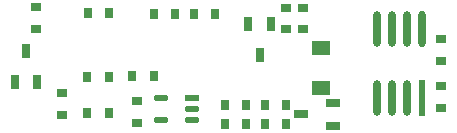
<source format=gbp>
%FSTAX24Y24*%
%MOIN*%
G70*
G01*
G75*
G04 Layer_Color=128*
%ADD10R,0.0374X0.0315*%
%ADD11R,0.0807X0.0886*%
%ADD12R,0.0492X0.0630*%
%ADD13R,0.0315X0.0374*%
%ADD14R,0.0472X0.0256*%
%ADD15R,0.0256X0.0472*%
%ADD16R,0.0630X0.0630*%
%ADD17O,0.0472X0.0217*%
%ADD18R,0.0472X0.0217*%
%ADD19C,0.0100*%
%ADD20C,0.0591*%
%ADD21R,0.0591X0.0591*%
%ADD22C,0.0472*%
%ADD23C,0.0551*%
%ADD24C,0.1575*%
%ADD25C,0.0709*%
%ADD26C,0.0320*%
%ADD27R,0.0630X0.0492*%
%ADD28O,0.0236X0.1204*%
%ADD29O,0.0236X0.1200*%
%ADD30R,0.0236X0.1200*%
%ADD31C,0.0197*%
%ADD32C,0.0079*%
%ADD33C,0.0080*%
%ADD34C,0.0039*%
%ADD35C,0.0004*%
%ADD36R,0.0454X0.0395*%
%ADD37R,0.0887X0.0966*%
%ADD38R,0.0572X0.0710*%
%ADD39R,0.0395X0.0454*%
%ADD40R,0.0552X0.0336*%
%ADD41R,0.0336X0.0552*%
%ADD42R,0.0710X0.0710*%
%ADD43O,0.0512X0.0256*%
%ADD44R,0.0512X0.0256*%
%ADD45C,0.0671*%
%ADD46R,0.0671X0.0671*%
%ADD47C,0.0552*%
%ADD48C,0.0631*%
%ADD49C,0.1655*%
%ADD50C,0.0789*%
%ADD51C,0.0400*%
%ADD52R,0.0710X0.0572*%
%ADD53O,0.0316X0.1284*%
%ADD54O,0.0316X0.1280*%
%ADD55R,0.0316X0.1280*%
D10*
X234455Y142246D02*
D03*
Y142954D02*
D03*
X241936Y1458D02*
D03*
Y145092D02*
D03*
X24249Y145804D02*
D03*
Y145096D02*
D03*
X236944Y142688D02*
D03*
Y141979D02*
D03*
X233575Y145824D02*
D03*
Y145116D02*
D03*
X247081Y144753D02*
D03*
Y144044D02*
D03*
X247081Y143188D02*
D03*
Y14248D02*
D03*
D13*
X23531Y145619D02*
D03*
X236019D02*
D03*
X236009Y1435D02*
D03*
X235301D02*
D03*
X235301Y1423D02*
D03*
X236009D02*
D03*
X239892Y142566D02*
D03*
X2406D02*
D03*
X241225Y142558D02*
D03*
X241934D02*
D03*
X239882Y141926D02*
D03*
X24059D02*
D03*
X241212D02*
D03*
X24192D02*
D03*
X237515Y143523D02*
D03*
X236806D02*
D03*
X239552Y1456D02*
D03*
X238843D02*
D03*
X237524D02*
D03*
X238233D02*
D03*
D14*
X243478Y141876D02*
D03*
Y142624D02*
D03*
X242433Y14225D02*
D03*
D15*
X232881Y143334D02*
D03*
X233629D02*
D03*
X233255Y144379D02*
D03*
X24142Y145268D02*
D03*
X240672D02*
D03*
X241046Y144223D02*
D03*
D17*
X238778Y142062D02*
D03*
Y142436D02*
D03*
X237744Y142062D02*
D03*
Y14281D02*
D03*
D18*
X238778Y14281D02*
D03*
D27*
X243105Y144479D02*
D03*
Y143121D02*
D03*
D28*
X246454Y145106D02*
D03*
D29*
X244954D02*
D03*
X245954Y142806D02*
D03*
X245454D02*
D03*
X244954D02*
D03*
X245954Y145106D02*
D03*
X245454D02*
D03*
D30*
X246454Y142806D02*
D03*
M02*

</source>
